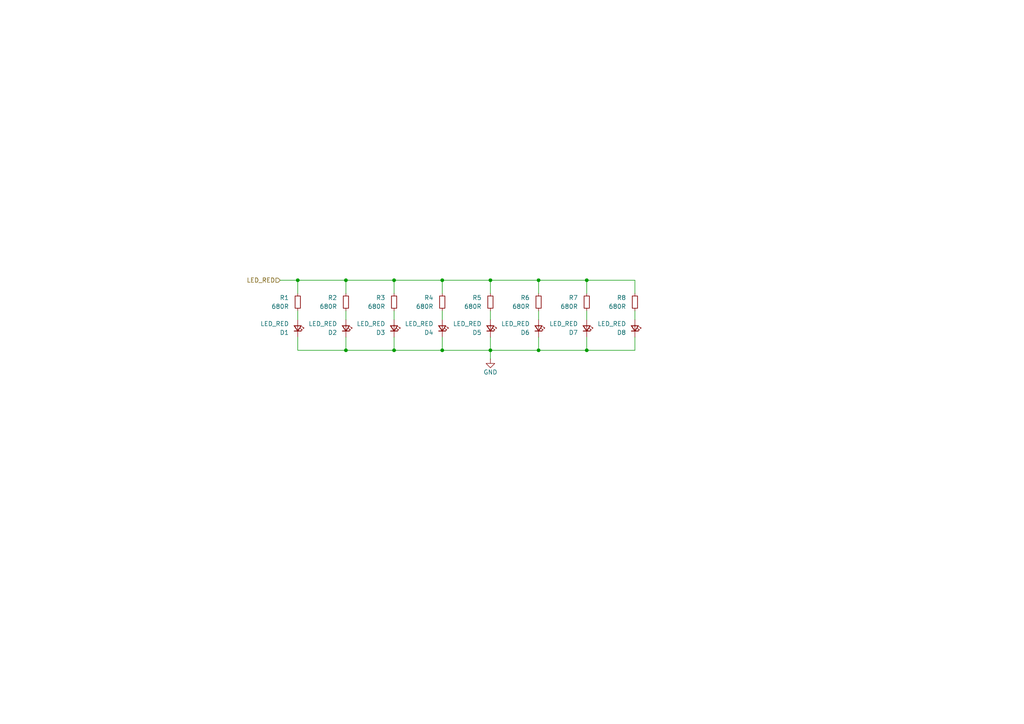
<source format=kicad_sch>
(kicad_sch (version 20231120) (generator "eeschema") (generator_version "8.0")
  (paper "A4")
  (lib_symbols
    (symbol "Device:LED_Small" (pin_numbers hide) (pin_names (offset 0.254) hide)
      (property "Reference" "D" (at -1.27 3.175 0))
      (property "Value" "LED_Small" (at -4.445 -2.54 0))
      (symbol "LED_Small_0_1"
        (polyline (pts (xy -0.762 -1.016) (xy -0.762 1.016)) (stroke (width 0.254)))
        (polyline (pts (xy 1.016 0) (xy -0.762 0)))
        (polyline (pts (xy 0.762 -1.016) (xy -0.762 0) (xy 0.762 1.016) (xy 0.762 -1.016)) (stroke (width 0.254)))
        (polyline (pts (xy 0 0.762) (xy -0.508 1.27) (xy -0.254 1.27) (xy -0.508 1.27) (xy -0.508 1.016)))
        (polyline (pts (xy 0.508 1.27) (xy 0 1.778) (xy 0.254 1.778) (xy 0 1.778) (xy 0 1.524)))
      )
      (symbol "LED_Small_1_1"
        (pin passive line (at -2.54 0 0) (length 1.778) (name "K") (number "1"))
        (pin passive line (at 2.54 0 180) (length 1.778) (name "A") (number "2"))
      )
    )
    (symbol "Device:R_Small" (pin_numbers hide) (pin_names (offset 0.254) hide)
      (property "Reference" "R" (at 0.762 0.508 0))
      (property "Value" "R_Small" (at 0.762 -1.016 0))
      (symbol "R_Small_0_1"
        (rectangle (start -0.762 1.778) (end 0.762 -1.778) (stroke (width 0.2032)))
      )
      (symbol "R_Small_1_1"
        (pin passive line (at 0 2.54 270) (length 0.762) (name "~") (number "1"))
        (pin passive line (at 0 -2.54 90) (length 0.762) (name "~") (number "2"))
      )
    )
    (symbol "power:GND" (power) (pin_numbers hide) (pin_names (offset 0) hide)
      (property "Value" "GND" (at 0 -3.81 0))
      (symbol "GND_0_1"
        (polyline (pts (xy 0 0) (xy 0 -1.27) (xy 1.27 -1.27) (xy 0 -2.54) (xy -1.27 -1.27) (xy 0 -1.27)))
      )
      (symbol "GND_1_1"
        (pin power_in line (at 0 0 270) (length 0) (name "~") (number "1"))
      )
    )
  )
  (junction (at 156.21 81.28))
  (junction (at 142.24 101.6))
  (junction (at 170.18 101.6))
  (junction (at 114.3 101.6))
  (junction (at 142.24 81.28))
  (junction (at 156.21 101.6))
  (junction (at 114.3 81.28))
  (junction (at 128.27 81.28))
  (junction (at 100.33 101.6))
  (junction (at 100.33 81.28))
  (junction (at 86.36 81.28))
  (junction (at 170.18 81.28))
  (junction (at 128.27 101.6))
  (wire (pts (xy 142.24 97.79) (xy 142.24 101.6)))
  (wire (pts (xy 114.3 85.09) (xy 114.3 81.28)))
  (wire (pts (xy 142.24 85.09) (xy 142.24 81.28)))
  (wire (pts (xy 142.24 92.71) (xy 142.24 90.17)))
  (wire (pts (xy 114.3 92.71) (xy 114.3 90.17)))
  (wire (pts (xy 128.27 81.28) (xy 114.3 81.28)))
  (wire (pts (xy 100.33 92.71) (xy 100.33 90.17)))
  (wire (pts (xy 86.36 97.79) (xy 86.36 101.6)))
  (wire (pts (xy 81.28 81.28) (xy 86.36 81.28)))
  (wire (pts (xy 156.21 81.28) (xy 156.21 85.09)))
  (wire (pts (xy 156.21 97.79) (xy 156.21 101.6)))
  (wire (pts (xy 156.21 101.6) (xy 170.18 101.6)))
  (wire (pts (xy 142.24 81.28) (xy 128.27 81.28)))
  (wire (pts (xy 114.3 81.28) (xy 100.33 81.28)))
  (wire (pts (xy 100.33 97.79) (xy 100.33 101.6)))
  (wire (pts (xy 184.15 97.79) (xy 184.15 101.6)))
  (wire (pts (xy 170.18 90.17) (xy 170.18 92.71)))
  (wire (pts (xy 114.3 101.6) (xy 128.27 101.6)))
  (wire (pts (xy 86.36 81.28) (xy 86.36 85.09)))
  (wire (pts (xy 128.27 92.71) (xy 128.27 90.17)))
  (wire (pts (xy 114.3 97.79) (xy 114.3 101.6)))
  (wire (pts (xy 170.18 101.6) (xy 184.15 101.6)))
  (wire (pts (xy 142.24 104.14) (xy 142.24 101.6)))
  (wire (pts (xy 100.33 101.6) (xy 114.3 101.6)))
  (wire (pts (xy 86.36 90.17) (xy 86.36 92.71)))
  (wire (pts (xy 128.27 85.09) (xy 128.27 81.28)))
  (wire (pts (xy 100.33 85.09) (xy 100.33 81.28)))
  (wire (pts (xy 184.15 90.17) (xy 184.15 92.71)))
  (wire (pts (xy 86.36 101.6) (xy 100.33 101.6)))
  (wire (pts (xy 170.18 81.28) (xy 156.21 81.28)))
  (wire (pts (xy 156.21 81.28) (xy 142.24 81.28)))
  (wire (pts (xy 100.33 81.28) (xy 86.36 81.28)))
  (wire (pts (xy 128.27 97.79) (xy 128.27 101.6)))
  (wire (pts (xy 142.24 101.6) (xy 156.21 101.6)))
  (wire (pts (xy 170.18 97.79) (xy 170.18 101.6)))
  (wire (pts (xy 128.27 101.6) (xy 142.24 101.6)))
  (wire (pts (xy 184.15 81.28) (xy 170.18 81.28)))
  (wire (pts (xy 156.21 90.17) (xy 156.21 92.71)))
  (wire (pts (xy 184.15 81.28) (xy 184.15 85.09)))
  (wire (pts (xy 170.18 81.28) (xy 170.18 85.09)))
  (hierarchical_label "LED_RED" (shape input) (at 81.28 81.28 180))
  (symbol (lib_id "Device:LED_Small") (at 128.27 95.25 270) (mirror x) (unit 1)
    (property "Reference" "D4" (at 125.73 96.4566 90) (effects (justify right)))
    (property "Value" "LED_RED" (at 125.73 93.9166 90) (effects (justify right)))
    (property "Footprint" "LED_THT:LED_D3.0mm" (effects (hide yes)))
    (property "Datasheet" "https://www.mouser.com/catalog/specsheets/lite-on_lites12747-1.pdf" (effects (hide yes)))
    (property "Description" "Light emitting diode, small symbol" (effects (hide yes)))
    (property "MNR" "859-LTL-4221N " (effects (hide yes)))
    (property "LCSC" "C2895470" (effects (hide yes)))
  )
  (symbol (lib_id "power:GND") (at 142.24 104.14 0) (unit 1)
    (property "Reference" "#PWR10" (effects (hide yes)))
    (property "Value" "GND" (at 142.24 107.95 0))
    (property "Description" "Power symbol creates a global label with name \"GND\" , ground" (effects (hide yes)))
  )
  (symbol (lib_id "Device:LED_Small") (at 156.21 95.25 270) (mirror x) (unit 1)
    (property "Reference" "D6" (at 153.67 96.4566 90) (effects (justify right)))
    (property "Value" "LED_RED" (at 153.67 93.9166 90) (effects (justify right)))
    (property "Footprint" "LED_THT:LED_D3.0mm" (effects (hide yes)))
    (property "Datasheet" "https://www.mouser.com/catalog/specsheets/lite-on_lites12747-1.pdf" (effects (hide yes)))
    (property "Description" "Light emitting diode, small symbol" (effects (hide yes)))
    (property "MNR" "859-LTL-4221N " (effects (hide yes)))
    (property "LCSC" "C2895470" (effects (hide yes)))
  )
  (symbol (lib_id "Device:LED_Small") (at 114.3 95.25 270) (mirror x) (unit 1)
    (property "Reference" "D3" (at 111.76 96.4566 90) (effects (justify right)))
    (property "Value" "LED_RED" (at 111.76 93.9166 90) (effects (justify right)))
    (property "Footprint" "LED_THT:LED_D3.0mm" (effects (hide yes)))
    (property "Datasheet" "https://www.mouser.com/catalog/specsheets/lite-on_lites12747-1.pdf" (effects (hide yes)))
    (property "Description" "Light emitting diode, small symbol" (effects (hide yes)))
    (property "MNR" "859-LTL-4221N " (effects (hide yes)))
    (property "LCSC" "C2895470" (effects (hide yes)))
  )
  (symbol (lib_id "Device:LED_Small") (at 100.33 95.25 270) (mirror x) (unit 1)
    (property "Reference" "D2" (at 97.79 96.4566 90) (effects (justify right)))
    (property "Value" "LED_RED" (at 97.79 93.9166 90) (effects (justify right)))
    (property "Footprint" "LED_THT:LED_D3.0mm" (effects (hide yes)))
    (property "Datasheet" "https://www.mouser.com/catalog/specsheets/lite-on_lites12747-1.pdf" (effects (hide yes)))
    (property "Description" "Light emitting diode, small symbol" (effects (hide yes)))
    (property "MNR" "859-LTL-4221N " (effects (hide yes)))
    (property "LCSC" "C2895470" (effects (hide yes)))
  )
  (symbol (lib_id "Device:R_Small") (at 170.18 87.63 0) (mirror y) (unit 1)
    (property "Reference" "R7" (at 167.64 86.3599 0) (effects (justify left)))
    (property "Value" "680R" (at 167.64 88.8999 0) (effects (justify left)))
    (property "Footprint" "Resistor_SMD:R_0603_1608Metric" (effects (hide yes)))
    (property "Description" "Resistor, small symbol" (effects (hide yes)))
  )
  (symbol (lib_id "Device:R_Small") (at 114.3 87.63 0) (mirror y) (unit 1)
    (property "Reference" "R3" (at 111.76 86.3599 0) (effects (justify left)))
    (property "Value" "680R" (at 111.76 88.8999 0) (effects (justify left)))
    (property "Footprint" "Resistor_SMD:R_0603_1608Metric" (effects (hide yes)))
    (property "Description" "Resistor, small symbol" (effects (hide yes)))
  )
  (symbol (lib_id "Device:R_Small") (at 142.24 87.63 0) (mirror y) (unit 1)
    (property "Reference" "R5" (at 139.7 86.3599 0) (effects (justify left)))
    (property "Value" "680R" (at 139.7 88.8999 0) (effects (justify left)))
    (property "Footprint" "Resistor_SMD:R_0603_1608Metric" (effects (hide yes)))
    (property "Description" "Resistor, small symbol" (effects (hide yes)))
  )
  (symbol (lib_id "Device:R_Small") (at 86.36 87.63 0) (mirror y) (unit 1)
    (property "Reference" "R1" (at 83.82 86.3599 0) (effects (justify left)))
    (property "Value" "680R" (at 83.82 88.8999 0) (effects (justify left)))
    (property "Footprint" "Resistor_SMD:R_0603_1608Metric" (effects (hide yes)))
    (property "Description" "Resistor, small symbol" (effects (hide yes)))
  )
  (symbol (lib_id "Device:R_Small") (at 156.21 87.63 0) (mirror y) (unit 1)
    (property "Reference" "R6" (at 153.67 86.3599 0) (effects (justify left)))
    (property "Value" "680R" (at 153.67 88.8999 0) (effects (justify left)))
    (property "Footprint" "Resistor_SMD:R_0603_1608Metric" (effects (hide yes)))
    (property "Description" "Resistor, small symbol" (effects (hide yes)))
  )
  (symbol (lib_id "Device:R_Small") (at 184.15 87.63 0) (mirror y) (unit 1)
    (property "Reference" "R8" (at 181.61 86.3599 0) (effects (justify left)))
    (property "Value" "680R" (at 181.61 88.8999 0) (effects (justify left)))
    (property "Footprint" "Resistor_SMD:R_0603_1608Metric" (effects (hide yes)))
    (property "Description" "Resistor, small symbol" (effects (hide yes)))
  )
  (symbol (lib_id "Device:R_Small") (at 128.27 87.63 0) (mirror y) (unit 1)
    (property "Reference" "R4" (at 125.73 86.3599 0) (effects (justify left)))
    (property "Value" "680R" (at 125.73 88.8999 0) (effects (justify left)))
    (property "Footprint" "Resistor_SMD:R_0603_1608Metric" (effects (hide yes)))
    (property "Description" "Resistor, small symbol" (effects (hide yes)))
  )
  (symbol (lib_id "Device:R_Small") (at 100.33 87.63 0) (mirror y) (unit 1)
    (property "Reference" "R2" (at 97.79 86.3599 0) (effects (justify left)))
    (property "Value" "680R" (at 97.79 88.8999 0) (effects (justify left)))
    (property "Footprint" "Resistor_SMD:R_0603_1608Metric" (effects (hide yes)))
    (property "Description" "Resistor, small symbol" (effects (hide yes)))
  )
  (symbol (lib_id "Device:LED_Small") (at 184.15 95.25 270) (mirror x) (unit 1)
    (property "Reference" "D8" (at 181.61 96.4566 90) (effects (justify right)))
    (property "Value" "LED_RED" (at 181.61 93.9166 90) (effects (justify right)))
    (property "Footprint" "LED_THT:LED_D3.0mm" (effects (hide yes)))
    (property "Datasheet" "https://www.mouser.com/catalog/specsheets/lite-on_lites12747-1.pdf" (effects (hide yes)))
    (property "Description" "Light emitting diode, small symbol" (effects (hide yes)))
    (property "MNR" "859-LTL-4221N " (effects (hide yes)))
    (property "LCSC" "C2895470" (effects (hide yes)))
  )
  (symbol (lib_id "Device:LED_Small") (at 170.18 95.25 270) (mirror x) (unit 1)
    (property "Reference" "D7" (at 167.64 96.4566 90) (effects (justify right)))
    (property "Value" "LED_RED" (at 167.64 93.9166 90) (effects (justify right)))
    (property "Footprint" "LED_THT:LED_D3.0mm" (effects (hide yes)))
    (property "Datasheet" "https://www.mouser.com/catalog/specsheets/lite-on_lites12747-1.pdf" (effects (hide yes)))
    (property "Description" "Light emitting diode, small symbol" (effects (hide yes)))
    (property "MNR" "859-LTL-4221N " (effects (hide yes)))
    (property "LCSC" "C2895470" (effects (hide yes)))
  )
  (symbol (lib_id "Device:LED_Small") (at 86.36 95.25 270) (mirror x) (unit 1)
    (property "Reference" "D1" (at 83.82 96.4566 90) (effects (justify right)))
    (property "Value" "LED_RED" (at 83.82 93.9166 90) (effects (justify right)))
    (property "Footprint" "LED_THT:LED_D3.0mm" (effects (hide yes)))
    (property "Datasheet" "https://www.mouser.com/catalog/specsheets/lite-on_lites12747-1.pdf" (effects (hide yes)))
    (property "Description" "Light emitting diode, small symbol" (effects (hide yes)))
    (property "MNR" "859-LTL-4221N " (effects (hide yes)))
    (property "LCSC" "C2895470" (effects (hide yes)))
  )
  (symbol (lib_id "Device:LED_Small") (at 142.24 95.25 270) (mirror x) (unit 1)
    (property "Reference" "D5" (at 139.7 96.4566 90) (effects (justify right)))
    (property "Value" "LED_RED" (at 139.7 93.9166 90) (effects (justify right)))
    (property "Footprint" "LED_THT:LED_D3.0mm" (effects (hide yes)))
    (property "Datasheet" "https://www.mouser.com/catalog/specsheets/lite-on_lites12747-1.pdf" (effects (hide yes)))
    (property "Description" "Light emitting diode, small symbol" (effects (hide yes)))
    (property "MNR" "859-LTL-4221N " (effects (hide yes)))
    (property "LCSC" "C2895470" (effects (hide yes)))
  )
)
</source>
